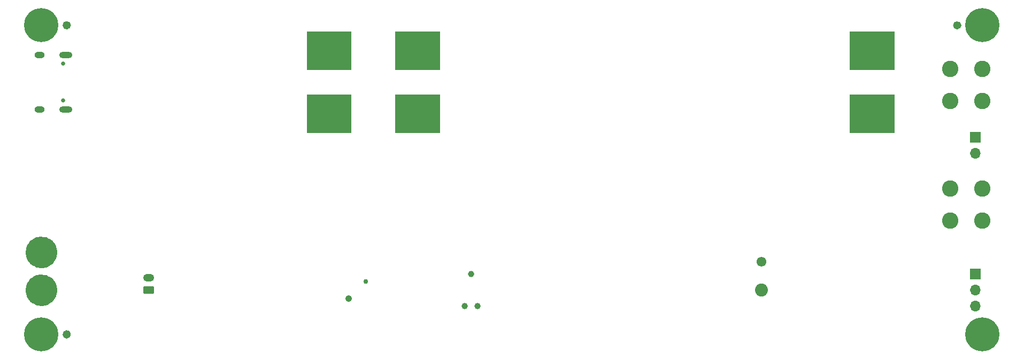
<source format=gbr>
G04 #@! TF.GenerationSoftware,KiCad,Pcbnew,7.0.8*
G04 #@! TF.CreationDate,2024-04-21T12:19:53-07:00*
G04 #@! TF.ProjectId,UsbSourceMeasure,55736253-6f75-4726-9365-4d6561737572,rev?*
G04 #@! TF.SameCoordinates,PX8f0d180PY7270e00*
G04 #@! TF.FileFunction,Soldermask,Bot*
G04 #@! TF.FilePolarity,Negative*
%FSLAX46Y46*%
G04 Gerber Fmt 4.6, Leading zero omitted, Abs format (unit mm)*
G04 Created by KiCad (PCBNEW 7.0.8) date 2024-04-21 12:19:53*
%MOMM*%
%LPD*%
G01*
G04 APERTURE LIST*
G04 Aperture macros list*
%AMRoundRect*
0 Rectangle with rounded corners*
0 $1 Rounding radius*
0 $2 $3 $4 $5 $6 $7 $8 $9 X,Y pos of 4 corners*
0 Add a 4 corners polygon primitive as box body*
4,1,4,$2,$3,$4,$5,$6,$7,$8,$9,$2,$3,0*
0 Add four circle primitives for the rounded corners*
1,1,$1+$1,$2,$3*
1,1,$1+$1,$4,$5*
1,1,$1+$1,$6,$7*
1,1,$1+$1,$8,$9*
0 Add four rect primitives between the rounded corners*
20,1,$1+$1,$2,$3,$4,$5,0*
20,1,$1+$1,$4,$5,$6,$7,0*
20,1,$1+$1,$6,$7,$8,$9,0*
20,1,$1+$1,$8,$9,$2,$3,0*%
G04 Aperture macros list end*
%ADD10C,2.500000*%
%ADD11C,0.100000*%
%ADD12C,0.650000*%
%ADD13C,0.800000*%
%ADD14C,5.400000*%
%ADD15C,1.550000*%
%ADD16C,2.050000*%
%ADD17R,1.700000X1.700000*%
%ADD18O,1.700000X1.700000*%
%ADD19C,0.990600*%
%ADD20C,0.650000*%
%ADD21O,2.100000X1.000000*%
%ADD22O,1.600000X1.000000*%
%ADD23C,2.600000*%
%ADD24RoundRect,0.250000X0.625000X-0.350000X0.625000X0.350000X-0.625000X0.350000X-0.625000X-0.350000X0*%
%ADD25O,1.750000X1.200000*%
%ADD26C,1.152000*%
%ADD27C,0.750000*%
%ADD28C,1.050000*%
G04 APERTURE END LIST*
D10*
X-70750000Y-5000000D02*
G75*
G03*
X-70750000Y-5000000I-1250000J0D01*
G01*
D11*
X56000000Y36000000D02*
X63000000Y36000000D01*
X63000000Y30000000D01*
X56000000Y30000000D01*
X56000000Y36000000D01*
G36*
X56000000Y36000000D02*
G01*
X63000000Y36000000D01*
X63000000Y30000000D01*
X56000000Y30000000D01*
X56000000Y36000000D01*
G37*
D10*
X-70750000Y1000000D02*
G75*
G03*
X-70750000Y1000000I-1250000J0D01*
G01*
D11*
X-16000000Y36000000D02*
X-9000000Y36000000D01*
X-9000000Y30000000D01*
X-16000000Y30000000D01*
X-16000000Y36000000D01*
G36*
X-16000000Y36000000D02*
G01*
X-9000000Y36000000D01*
X-9000000Y30000000D01*
X-16000000Y30000000D01*
X-16000000Y36000000D01*
G37*
X-30000000Y26000000D02*
X-23000000Y26000000D01*
X-23000000Y20000000D01*
X-30000000Y20000000D01*
X-30000000Y26000000D01*
G36*
X-30000000Y26000000D02*
G01*
X-23000000Y26000000D01*
X-23000000Y20000000D01*
X-30000000Y20000000D01*
X-30000000Y26000000D01*
G37*
X56000000Y26000000D02*
X63000000Y26000000D01*
X63000000Y20000000D01*
X56000000Y20000000D01*
X56000000Y26000000D01*
G36*
X56000000Y26000000D02*
G01*
X63000000Y26000000D01*
X63000000Y20000000D01*
X56000000Y20000000D01*
X56000000Y26000000D01*
G37*
X-16000000Y26000000D02*
X-9000000Y26000000D01*
X-9000000Y20000000D01*
X-16000000Y20000000D01*
X-16000000Y26000000D01*
G36*
X-16000000Y26000000D02*
G01*
X-9000000Y26000000D01*
X-9000000Y20000000D01*
X-16000000Y20000000D01*
X-16000000Y26000000D01*
G37*
X-30000000Y36000000D02*
X-23000000Y36000000D01*
X-23000000Y30000000D01*
X-30000000Y30000000D01*
X-30000000Y36000000D01*
G36*
X-30000000Y36000000D02*
G01*
X-23000000Y36000000D01*
X-23000000Y30000000D01*
X-30000000Y30000000D01*
X-30000000Y36000000D01*
G37*
D12*
X-67675000Y-12000000D02*
G75*
G03*
X-67675000Y-12000000I-325000J0D01*
G01*
X-67675000Y37000000D02*
G75*
G03*
X-67675000Y37000000I-325000J0D01*
G01*
X73325000Y37000000D02*
G75*
G03*
X73325000Y37000000I-325000J0D01*
G01*
D13*
X74975000Y-12000000D03*
X75568109Y-10568109D03*
X75568109Y-13431891D03*
X77000000Y-9975000D03*
D14*
X77000000Y-12000000D03*
D13*
X77000000Y-14025000D03*
X78431891Y-10568109D03*
X78431891Y-13431891D03*
X79025000Y-12000000D03*
D15*
X42000000Y-500000D03*
D16*
X42000000Y-5000000D03*
D17*
X75900000Y19270000D03*
D18*
X75900000Y16730000D03*
D19*
X-5016000Y-7540000D03*
X-2984000Y-7540000D03*
X-4000000Y-2460000D03*
D20*
X-68610000Y30890000D03*
X-68610000Y25110000D03*
D21*
X-68110000Y32320000D03*
D22*
X-72290000Y32320000D03*
D21*
X-68110000Y23680000D03*
D22*
X-72290000Y23680000D03*
D23*
X77000000Y25000000D03*
X77000000Y30080000D03*
X71920000Y25000000D03*
X71920000Y30080000D03*
D24*
X-55000000Y-5000000D03*
D25*
X-55000000Y-3000000D03*
D26*
X-68000000Y-12000000D03*
D13*
X74975000Y37000000D03*
X75568109Y38431891D03*
X75568109Y35568109D03*
X77000000Y39025000D03*
D14*
X77000000Y37000000D03*
D13*
X77000000Y34975000D03*
X78431891Y38431891D03*
X78431891Y35568109D03*
X79025000Y37000000D03*
D23*
X77000000Y6000000D03*
X77000000Y11080000D03*
X71920000Y6000000D03*
X71920000Y11080000D03*
D26*
X-68000000Y37000000D03*
X73000000Y37000000D03*
D13*
X-74025000Y-12000000D03*
X-73431891Y-10568109D03*
X-73431891Y-13431891D03*
X-72000000Y-9975000D03*
D14*
X-72000000Y-12000000D03*
D13*
X-72000000Y-14025000D03*
X-70568109Y-10568109D03*
X-70568109Y-13431891D03*
X-69975000Y-12000000D03*
X-74025000Y37000000D03*
X-73431891Y38431891D03*
X-73431891Y35568109D03*
X-72000000Y39025000D03*
D14*
X-72000000Y37000000D03*
D13*
X-72000000Y34975000D03*
X-70568109Y38431891D03*
X-70568109Y35568109D03*
X-69975000Y37000000D03*
D27*
X-20656497Y-3656497D03*
D28*
X-23343503Y-6343503D03*
D17*
X75900000Y-2460000D03*
D18*
X75900000Y-5000000D03*
X75900000Y-7540000D03*
M02*

</source>
